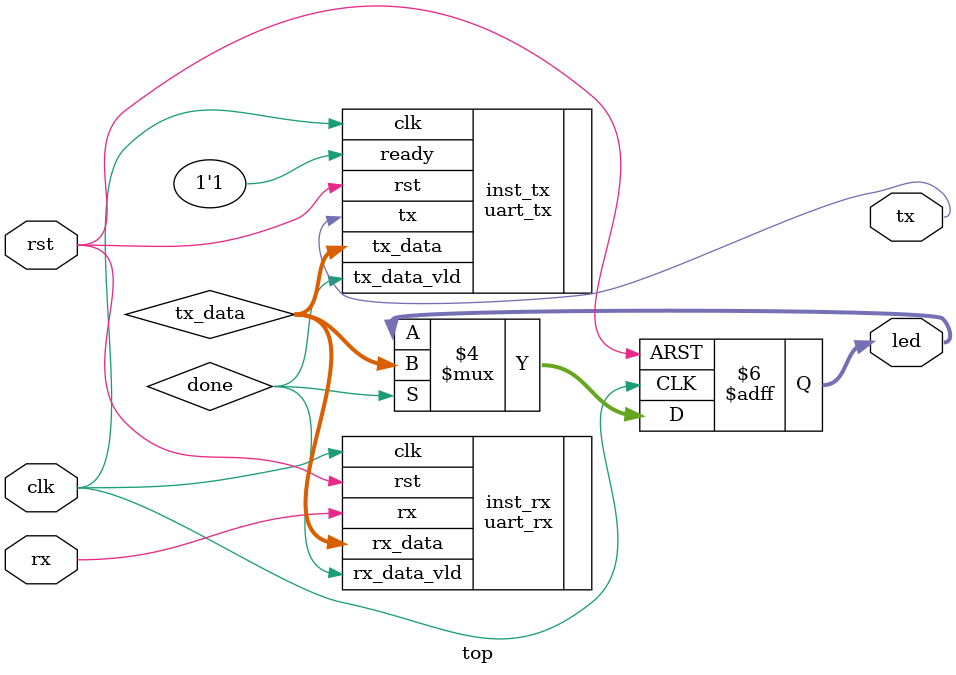
<source format=v>
module top
(
	input		wire  		clk			,
	input  	wire			rst      ,
	output	wire			tx       ,
	input		wire			rx   	   , 
	output   reg  [7:0]	led		
);


wire [7:0] 		tx_data          	;
wire				done   				;

uart_tx inst_tx( 
    .clk					(clk)			,
    .rst					(rst)			,
    .tx_data         (tx_data)	,
    .tx_data_vld		(done)		,
    .ready     		(1'b1)		,
    .tx              (tx)
);

uart_rx inst_rx( 
    .clk					(clk)       ,
    .rst					(rst)       ,
    .rx					(rx)        ,
    .rx_data_vld		(done)      ,
    .rx_data         (tx_data)
);	

always @(posedge clk or negedge rst) begin
	if(!rst) begin
		led <= 8'b1111_1111;
	end else begin
		if(done)
			led <= tx_data;
		else
			led <= led;
	end
end

endmodule

</source>
